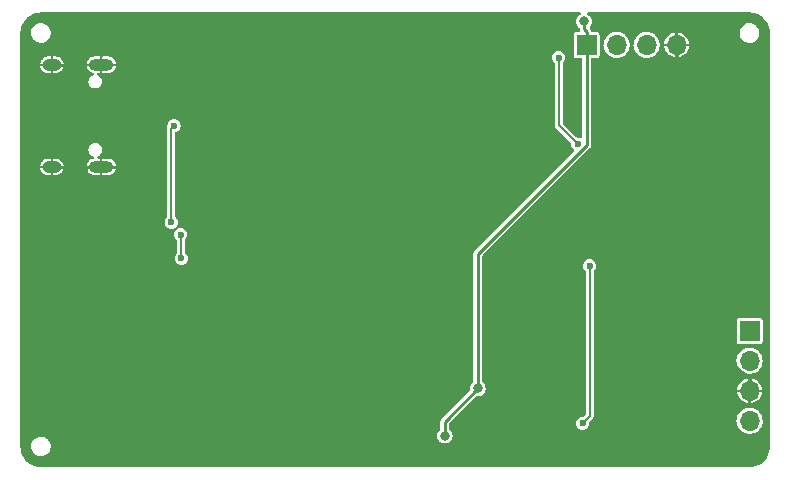
<source format=gbr>
G04 #@! TF.GenerationSoftware,KiCad,Pcbnew,(6.0.7)*
G04 #@! TF.CreationDate,2023-02-18T12:54:12-08:00*
G04 #@! TF.ProjectId,SwitchControllerBoard,53776974-6368-4436-9f6e-74726f6c6c65,rev?*
G04 #@! TF.SameCoordinates,Original*
G04 #@! TF.FileFunction,Copper,L2,Bot*
G04 #@! TF.FilePolarity,Positive*
%FSLAX46Y46*%
G04 Gerber Fmt 4.6, Leading zero omitted, Abs format (unit mm)*
G04 Created by KiCad (PCBNEW (6.0.7)) date 2023-02-18 12:54:12*
%MOMM*%
%LPD*%
G01*
G04 APERTURE LIST*
G04 #@! TA.AperFunction,ComponentPad*
%ADD10R,1.700000X1.700000*%
G04 #@! TD*
G04 #@! TA.AperFunction,ComponentPad*
%ADD11O,1.700000X1.700000*%
G04 #@! TD*
G04 #@! TA.AperFunction,ComponentPad*
%ADD12O,2.100000X1.000000*%
G04 #@! TD*
G04 #@! TA.AperFunction,ComponentPad*
%ADD13O,1.600000X1.000000*%
G04 #@! TD*
G04 #@! TA.AperFunction,ViaPad*
%ADD14C,0.600000*%
G04 #@! TD*
G04 #@! TA.AperFunction,ViaPad*
%ADD15C,0.800000*%
G04 #@! TD*
G04 #@! TA.AperFunction,Conductor*
%ADD16C,0.160000*%
G04 #@! TD*
G04 #@! TA.AperFunction,Conductor*
%ADD17C,0.250000*%
G04 #@! TD*
G04 APERTURE END LIST*
D10*
X152200000Y-37000000D03*
D11*
X154740000Y-37000000D03*
X157280000Y-37000000D03*
X159820000Y-37000000D03*
D12*
X111105000Y-47320000D03*
X111105000Y-38680000D03*
D13*
X106925000Y-47320000D03*
X106925000Y-38680000D03*
D10*
X166000000Y-61200000D03*
D11*
X166000000Y-63740000D03*
X166000000Y-66280000D03*
X166000000Y-68820000D03*
D14*
X117899600Y-55080400D03*
X117823600Y-53066300D03*
X151447800Y-45403500D03*
X149841700Y-38087500D03*
X117262800Y-43850000D03*
X117031900Y-52022500D03*
D15*
X151980100Y-35019800D03*
X143000000Y-66087200D03*
X140198600Y-70092100D03*
D14*
X151859000Y-69050000D03*
X152451400Y-55706300D03*
D15*
X110419900Y-52823300D03*
X161632000Y-58150000D03*
X160636100Y-48970900D03*
X106000000Y-58637400D03*
X138271700Y-63737500D03*
X136973100Y-68937900D03*
X155099300Y-42912500D03*
X148954700Y-35745000D03*
X148967200Y-41750700D03*
X143295700Y-43700000D03*
X131411000Y-35745000D03*
X133926500Y-43142400D03*
X132285000Y-51701100D03*
X138266800Y-57956700D03*
X109793200Y-60900000D03*
X126235800Y-57412000D03*
X115051900Y-51447400D03*
X144536300Y-69550300D03*
X145919100Y-69952100D03*
D16*
X117823600Y-55004400D02*
X117899600Y-55080400D01*
X117823600Y-53066300D02*
X117823600Y-55004400D01*
X149841700Y-43797400D02*
X149841700Y-38087500D01*
X151447800Y-45403500D02*
X149841700Y-43797400D01*
X117031900Y-44080900D02*
X117262800Y-43850000D01*
X117031900Y-52022500D02*
X117031900Y-44080900D01*
D17*
X151980100Y-35655000D02*
X151980100Y-35019800D01*
X152200000Y-35874900D02*
X151980100Y-35655000D01*
X152200000Y-36437400D02*
X152200000Y-35874900D01*
X152200000Y-36437400D02*
X152200000Y-37000000D01*
X140198600Y-68888600D02*
X143000000Y-66087200D01*
X140198600Y-70092100D02*
X140198600Y-68888600D01*
X152200000Y-37000000D02*
X152200000Y-38125100D01*
X152200000Y-45464700D02*
X152200000Y-38125100D01*
X143000000Y-54664700D02*
X152200000Y-45464700D01*
X143000000Y-66087200D02*
X143000000Y-54664700D01*
D16*
X152451400Y-68457600D02*
X152451400Y-55706300D01*
X151859000Y-69050000D02*
X152451400Y-68457600D01*
D17*
X111105000Y-47320000D02*
X109779900Y-47320000D01*
X165766800Y-65154900D02*
X166000000Y-65154900D01*
X161632000Y-61020100D02*
X165766800Y-65154900D01*
X161632000Y-58150000D02*
X161632000Y-61020100D01*
X166000000Y-66280000D02*
X166000000Y-65154900D01*
X161632000Y-49966800D02*
X160636100Y-48970900D01*
X161632000Y-58150000D02*
X161632000Y-49966800D01*
X108000100Y-38680000D02*
X108000100Y-47320000D01*
X106925000Y-38680000D02*
X108000100Y-38680000D01*
X106925000Y-47320000D02*
X108000100Y-47320000D01*
X109779900Y-52183300D02*
X110419900Y-52823300D01*
X109779900Y-47320000D02*
X109779900Y-52183300D01*
X138271700Y-67639300D02*
X138271700Y-63737500D01*
X136973100Y-68937900D02*
X138271700Y-67639300D01*
X159820000Y-42912500D02*
X155099300Y-42912500D01*
X159820000Y-48154800D02*
X159820000Y-42912500D01*
X160636100Y-48970900D02*
X159820000Y-48154800D01*
X159820000Y-42912500D02*
X159820000Y-37000000D01*
X148967200Y-35757500D02*
X148954700Y-35745000D01*
X148967200Y-41750700D02*
X148967200Y-35757500D01*
X145245000Y-41750700D02*
X143295700Y-43700000D01*
X148967200Y-41750700D02*
X145245000Y-41750700D01*
X133926500Y-38260500D02*
X131411000Y-35745000D01*
X133926500Y-43142400D02*
X133926500Y-38260500D01*
X132285000Y-44783900D02*
X132285000Y-51701100D01*
X133926500Y-43142400D02*
X132285000Y-44783900D01*
X138266800Y-63732600D02*
X138266800Y-57956700D01*
X138271700Y-63737500D02*
X138266800Y-63732600D01*
X106000000Y-57243200D02*
X106000000Y-58637400D01*
X110419900Y-52823300D02*
X106000000Y-57243200D01*
X107530600Y-58637400D02*
X109793200Y-60900000D01*
X106000000Y-58637400D02*
X107530600Y-58637400D01*
X132285000Y-54965800D02*
X132285000Y-51701100D01*
X135275900Y-54965800D02*
X132285000Y-54965800D01*
X138266800Y-57956700D02*
X135275900Y-54965800D01*
X128682000Y-54965800D02*
X126235800Y-57412000D01*
X132285000Y-54965800D02*
X128682000Y-54965800D01*
X111105000Y-47320000D02*
X112430100Y-47320000D01*
X145517300Y-69550300D02*
X145919100Y-69952100D01*
X144536300Y-69550300D02*
X145517300Y-69550300D01*
X112430100Y-48825600D02*
X115051900Y-51447400D01*
X112430100Y-47320000D02*
X112430100Y-48825600D01*
G04 #@! TA.AperFunction,Conductor*
G36*
X151686287Y-34273407D02*
G01*
X151722251Y-34322907D01*
X151722251Y-34384093D01*
X151686287Y-34433593D01*
X151673506Y-34441471D01*
X151609514Y-34474500D01*
X151490139Y-34578638D01*
X151399050Y-34708244D01*
X151341506Y-34855837D01*
X151320829Y-35012896D01*
X151321484Y-35018829D01*
X151321484Y-35018833D01*
X151324996Y-35050641D01*
X151338213Y-35170353D01*
X151343866Y-35185800D01*
X151390601Y-35313513D01*
X151390603Y-35313517D01*
X151392653Y-35319119D01*
X151481008Y-35450605D01*
X151485419Y-35454619D01*
X151485421Y-35454621D01*
X151568228Y-35529969D01*
X151598543Y-35583117D01*
X151600600Y-35603193D01*
X151600600Y-35603953D01*
X151598382Y-35624790D01*
X151595780Y-35636876D01*
X151599914Y-35671802D01*
X151600395Y-35679969D01*
X151600600Y-35682446D01*
X151600600Y-35686524D01*
X151601271Y-35690553D01*
X151603872Y-35706182D01*
X151604530Y-35710801D01*
X151610630Y-35762341D01*
X151613767Y-35768874D01*
X151615775Y-35777697D01*
X151616096Y-35779626D01*
X151616097Y-35779627D01*
X151616099Y-35779641D01*
X151612570Y-35780228D01*
X151613263Y-35825655D01*
X151578057Y-35875698D01*
X151518653Y-35895501D01*
X151324934Y-35895501D01*
X151320168Y-35896449D01*
X151320167Y-35896449D01*
X151313727Y-35897730D01*
X151250699Y-35910266D01*
X151166516Y-35966516D01*
X151110266Y-36050699D01*
X151095500Y-36124933D01*
X151095501Y-37875066D01*
X151110266Y-37949301D01*
X151166516Y-38033484D01*
X151250699Y-38089734D01*
X151260262Y-38091636D01*
X151260264Y-38091637D01*
X151291181Y-38097786D01*
X151324933Y-38104500D01*
X151721500Y-38104500D01*
X151779691Y-38123407D01*
X151815655Y-38172907D01*
X151820500Y-38203500D01*
X151820500Y-44809526D01*
X151801593Y-44867717D01*
X151752093Y-44903681D01*
X151690907Y-44903681D01*
X151683615Y-44900990D01*
X151598554Y-44865757D01*
X151598552Y-44865756D01*
X151592554Y-44863272D01*
X151447800Y-44844215D01*
X151441367Y-44845062D01*
X151441365Y-44845062D01*
X151420004Y-44847874D01*
X151359843Y-44836723D01*
X151337079Y-44819725D01*
X150205196Y-43687842D01*
X150177419Y-43633325D01*
X150176200Y-43617838D01*
X150176200Y-38578582D01*
X150195107Y-38520391D01*
X150214933Y-38500040D01*
X150232021Y-38486928D01*
X150237174Y-38482974D01*
X150326055Y-38367142D01*
X150381928Y-38232254D01*
X150400985Y-38087500D01*
X150381928Y-37942746D01*
X150326055Y-37807858D01*
X150237174Y-37692026D01*
X150232021Y-37688072D01*
X150126489Y-37607093D01*
X150126485Y-37607091D01*
X150121343Y-37603145D01*
X149986454Y-37547272D01*
X149841700Y-37528215D01*
X149696946Y-37547272D01*
X149562058Y-37603145D01*
X149446226Y-37692026D01*
X149357345Y-37807858D01*
X149301472Y-37942746D01*
X149282415Y-38087500D01*
X149301472Y-38232254D01*
X149357345Y-38367142D01*
X149446226Y-38482974D01*
X149451379Y-38486928D01*
X149468467Y-38500040D01*
X149503123Y-38550464D01*
X149507200Y-38578582D01*
X149507200Y-43778476D01*
X149506823Y-43787105D01*
X149503332Y-43827004D01*
X149505573Y-43835367D01*
X149513701Y-43865702D01*
X149515570Y-43874133D01*
X149522524Y-43913571D01*
X149526854Y-43921071D01*
X149528984Y-43926924D01*
X149531620Y-43932578D01*
X149533863Y-43940946D01*
X149538832Y-43948042D01*
X149556838Y-43973758D01*
X149561476Y-43981037D01*
X149581505Y-44015729D01*
X149588143Y-44021299D01*
X149612182Y-44041470D01*
X149618550Y-44047304D01*
X150864025Y-45292779D01*
X150891802Y-45347296D01*
X150892174Y-45375704D01*
X150890587Y-45387759D01*
X150888515Y-45403500D01*
X150907572Y-45548254D01*
X150963445Y-45683142D01*
X151052326Y-45798974D01*
X151057471Y-45802922D01*
X151057475Y-45802926D01*
X151119332Y-45850390D01*
X151153988Y-45900814D01*
X151152387Y-45961979D01*
X151129069Y-45998936D01*
X142767746Y-54360260D01*
X142751445Y-54373423D01*
X142741060Y-54380129D01*
X142735996Y-54386553D01*
X142719288Y-54407747D01*
X142713852Y-54413865D01*
X142712249Y-54415757D01*
X142709362Y-54418644D01*
X142706987Y-54421968D01*
X142697773Y-54434861D01*
X142694973Y-54438591D01*
X142662844Y-54479347D01*
X142660317Y-54486544D01*
X142658927Y-54489219D01*
X142654486Y-54495434D01*
X142652142Y-54503272D01*
X142639615Y-54545159D01*
X142638174Y-54549594D01*
X142624938Y-54587287D01*
X142620982Y-54598551D01*
X142620500Y-54604116D01*
X142620500Y-54606259D01*
X142620452Y-54607373D01*
X142620232Y-54609974D01*
X142618287Y-54616478D01*
X142618608Y-54624654D01*
X142618608Y-54624656D01*
X142620424Y-54670870D01*
X142620500Y-54674757D01*
X142620500Y-65504664D01*
X142601593Y-65562855D01*
X142586582Y-65579265D01*
X142510039Y-65646038D01*
X142418950Y-65775644D01*
X142361406Y-65923237D01*
X142340729Y-66080296D01*
X142341384Y-66086229D01*
X142341384Y-66086233D01*
X142348386Y-66149650D01*
X142335979Y-66209564D01*
X142319988Y-66230518D01*
X139966346Y-68584160D01*
X139950045Y-68597323D01*
X139939660Y-68604029D01*
X139925196Y-68622377D01*
X139917888Y-68631647D01*
X139912452Y-68637765D01*
X139910849Y-68639657D01*
X139907962Y-68642544D01*
X139897605Y-68657037D01*
X139896373Y-68658761D01*
X139893573Y-68662491D01*
X139882980Y-68675929D01*
X139861444Y-68703247D01*
X139858917Y-68710444D01*
X139857527Y-68713119D01*
X139853086Y-68719334D01*
X139850742Y-68727172D01*
X139838215Y-68769059D01*
X139836774Y-68773494D01*
X139819582Y-68822451D01*
X139819100Y-68828016D01*
X139819100Y-68830159D01*
X139819052Y-68831273D01*
X139818832Y-68833874D01*
X139816887Y-68840378D01*
X139817208Y-68848554D01*
X139817208Y-68848556D01*
X139819024Y-68894770D01*
X139819100Y-68898657D01*
X139819100Y-69509564D01*
X139800193Y-69567755D01*
X139785182Y-69584165D01*
X139708639Y-69650938D01*
X139617550Y-69780544D01*
X139560006Y-69928137D01*
X139539329Y-70085196D01*
X139539984Y-70091129D01*
X139539984Y-70091133D01*
X139550247Y-70184091D01*
X139556713Y-70242653D01*
X139564064Y-70262741D01*
X139609101Y-70385813D01*
X139609103Y-70385817D01*
X139611153Y-70391419D01*
X139699508Y-70522905D01*
X139703919Y-70526919D01*
X139703921Y-70526921D01*
X139792812Y-70607805D01*
X139816676Y-70629519D01*
X139831136Y-70637370D01*
X139950647Y-70702260D01*
X139950649Y-70702261D01*
X139955893Y-70705108D01*
X139961667Y-70706623D01*
X139961670Y-70706624D01*
X140103343Y-70743791D01*
X140109122Y-70745307D01*
X140115091Y-70745401D01*
X140115093Y-70745401D01*
X140173102Y-70746312D01*
X140267516Y-70747795D01*
X140278379Y-70745307D01*
X140416109Y-70713763D01*
X140416112Y-70713762D01*
X140421932Y-70712429D01*
X140436489Y-70705108D01*
X140558118Y-70643935D01*
X140563455Y-70641251D01*
X140683914Y-70538369D01*
X140776355Y-70409724D01*
X140782263Y-70395029D01*
X140833218Y-70268274D01*
X140833219Y-70268272D01*
X140835442Y-70262741D01*
X140837503Y-70248260D01*
X140857306Y-70109114D01*
X140857306Y-70109108D01*
X140857762Y-70105907D01*
X140857907Y-70092100D01*
X140838876Y-69934833D01*
X140834245Y-69922576D01*
X140784990Y-69792230D01*
X140782880Y-69786646D01*
X140775333Y-69775665D01*
X140696533Y-69661009D01*
X140696530Y-69661006D01*
X140693153Y-69656092D01*
X140611242Y-69583112D01*
X140580372Y-69530285D01*
X140578100Y-69509195D01*
X140578100Y-69086802D01*
X140590057Y-69050000D01*
X151299715Y-69050000D01*
X151318772Y-69194754D01*
X151374645Y-69329642D01*
X151463526Y-69445474D01*
X151468671Y-69449422D01*
X151468672Y-69449423D01*
X151574211Y-69530407D01*
X151574215Y-69530409D01*
X151579357Y-69534355D01*
X151625780Y-69553584D01*
X151697067Y-69583112D01*
X151714246Y-69590228D01*
X151859000Y-69609285D01*
X152003754Y-69590228D01*
X152020934Y-69583112D01*
X152092220Y-69553584D01*
X152138643Y-69534355D01*
X152143785Y-69530409D01*
X152143789Y-69530407D01*
X152249328Y-69449423D01*
X152249329Y-69449422D01*
X152254474Y-69445474D01*
X152343355Y-69329642D01*
X152399228Y-69194754D01*
X152418285Y-69050000D01*
X152414626Y-69022204D01*
X152425777Y-68962043D01*
X152442775Y-68939279D01*
X152542636Y-68839418D01*
X152591090Y-68790964D01*
X164891148Y-68790964D01*
X164904424Y-68993522D01*
X164905540Y-68997915D01*
X164905540Y-68997917D01*
X164928114Y-69086802D01*
X164954392Y-69190269D01*
X164956294Y-69194394D01*
X164956294Y-69194395D01*
X164993511Y-69275124D01*
X165039377Y-69374616D01*
X165156533Y-69540389D01*
X165301938Y-69682035D01*
X165470720Y-69794812D01*
X165657228Y-69874942D01*
X165728499Y-69891069D01*
X165850790Y-69918741D01*
X165850795Y-69918742D01*
X165855216Y-69919742D01*
X165956634Y-69923727D01*
X166053520Y-69927534D01*
X166053521Y-69927534D01*
X166058053Y-69927712D01*
X166158499Y-69913148D01*
X166254451Y-69899236D01*
X166254455Y-69899235D01*
X166258945Y-69898584D01*
X166333871Y-69873150D01*
X166446868Y-69834793D01*
X166446871Y-69834791D01*
X166451165Y-69833334D01*
X166628276Y-69734147D01*
X166784345Y-69604345D01*
X166914147Y-69448276D01*
X167013334Y-69271165D01*
X167037237Y-69200751D01*
X167077125Y-69083243D01*
X167078584Y-69078945D01*
X167093830Y-68973801D01*
X167107292Y-68880952D01*
X167107292Y-68880946D01*
X167107712Y-68878053D01*
X167108485Y-68848556D01*
X167109156Y-68822913D01*
X167109156Y-68822908D01*
X167109232Y-68820000D01*
X167105222Y-68776353D01*
X167092487Y-68637765D01*
X167090658Y-68617859D01*
X167056168Y-68495567D01*
X167036789Y-68426854D01*
X167036788Y-68426850D01*
X167035557Y-68422487D01*
X166945776Y-68240428D01*
X166924774Y-68212302D01*
X166827036Y-68081416D01*
X166827035Y-68081415D01*
X166824320Y-68077779D01*
X166675258Y-67939987D01*
X166652471Y-67925609D01*
X166507418Y-67834088D01*
X166503581Y-67831667D01*
X166315039Y-67756446D01*
X166115946Y-67716844D01*
X166014459Y-67715516D01*
X165917510Y-67714246D01*
X165917505Y-67714246D01*
X165912971Y-67714187D01*
X165908496Y-67714956D01*
X165908495Y-67714956D01*
X165897508Y-67716844D01*
X165712910Y-67748564D01*
X165522463Y-67818824D01*
X165518564Y-67821143D01*
X165518559Y-67821146D01*
X165351916Y-67920288D01*
X165348010Y-67922612D01*
X165344595Y-67925606D01*
X165344592Y-67925609D01*
X165324688Y-67943065D01*
X165195392Y-68056455D01*
X165069720Y-68215869D01*
X165067607Y-68219884D01*
X165067607Y-68219885D01*
X165054660Y-68244494D01*
X164975203Y-68395515D01*
X164973859Y-68399844D01*
X164933424Y-68530067D01*
X164915007Y-68589378D01*
X164914473Y-68593888D01*
X164914473Y-68593889D01*
X164893216Y-68773494D01*
X164891148Y-68790964D01*
X152591090Y-68790964D01*
X152674562Y-68707493D01*
X152680918Y-68701670D01*
X152711595Y-68675929D01*
X152715923Y-68668432D01*
X152715926Y-68668429D01*
X152731626Y-68641236D01*
X152736265Y-68633954D01*
X152754271Y-68608238D01*
X152759237Y-68601146D01*
X152761478Y-68592782D01*
X152764110Y-68587137D01*
X152766245Y-68581272D01*
X152770576Y-68573771D01*
X152777531Y-68534327D01*
X152779400Y-68525895D01*
X152787526Y-68495567D01*
X152789767Y-68487204D01*
X152786277Y-68447312D01*
X152785900Y-68438684D01*
X152785900Y-66389846D01*
X164955483Y-66389846D01*
X164961847Y-66465644D01*
X164963585Y-66475111D01*
X165017674Y-66663743D01*
X165021225Y-66672711D01*
X165110919Y-66847236D01*
X165116142Y-66855341D01*
X165238037Y-67009134D01*
X165244720Y-67016055D01*
X165394164Y-67143241D01*
X165402078Y-67148742D01*
X165573373Y-67244475D01*
X165582201Y-67248332D01*
X165768838Y-67308974D01*
X165778238Y-67311041D01*
X165884432Y-67323704D01*
X165897514Y-67321113D01*
X165898955Y-67319557D01*
X165900000Y-67314803D01*
X165900000Y-67309775D01*
X166100000Y-67309775D01*
X166104122Y-67322460D01*
X166106735Y-67324359D01*
X166109679Y-67324710D01*
X166178385Y-67319424D01*
X166187876Y-67317750D01*
X166376882Y-67264978D01*
X166385862Y-67261496D01*
X166561020Y-67173017D01*
X166569155Y-67167854D01*
X166723787Y-67047042D01*
X166730771Y-67040391D01*
X166858990Y-66891848D01*
X166864546Y-66883973D01*
X166961471Y-66713353D01*
X166965392Y-66704546D01*
X167027334Y-66518346D01*
X167029469Y-66508944D01*
X167043794Y-66395556D01*
X167041294Y-66382455D01*
X167039884Y-66381130D01*
X167034829Y-66380000D01*
X166115680Y-66380000D01*
X166102995Y-66384122D01*
X166100000Y-66388243D01*
X166100000Y-67309775D01*
X165900000Y-67309775D01*
X165900000Y-66395680D01*
X165895878Y-66382995D01*
X165891757Y-66380000D01*
X164970336Y-66380000D01*
X164957651Y-66384122D01*
X164955860Y-66386586D01*
X164955483Y-66389846D01*
X152785900Y-66389846D01*
X152785900Y-66164417D01*
X164956334Y-66164417D01*
X164959016Y-66177484D01*
X164960719Y-66179039D01*
X164965165Y-66180000D01*
X165884320Y-66180000D01*
X165897005Y-66175878D01*
X165900000Y-66171757D01*
X165900000Y-66164320D01*
X166100000Y-66164320D01*
X166104122Y-66177005D01*
X166108243Y-66180000D01*
X167029596Y-66180000D01*
X167042281Y-66175878D01*
X167043854Y-66173713D01*
X167044278Y-66169818D01*
X167035459Y-66079885D01*
X167033589Y-66070437D01*
X166976869Y-65882572D01*
X166973199Y-65873668D01*
X166881072Y-65700401D01*
X166875740Y-65692376D01*
X166751716Y-65540307D01*
X166744922Y-65533466D01*
X166593721Y-65408381D01*
X166585738Y-65402997D01*
X166413114Y-65309660D01*
X166404243Y-65305931D01*
X166216775Y-65247900D01*
X166207341Y-65245963D01*
X166115594Y-65236320D01*
X166102548Y-65239093D01*
X166100881Y-65240945D01*
X166100000Y-65245088D01*
X166100000Y-66164320D01*
X165900000Y-66164320D01*
X165900000Y-65250396D01*
X165895878Y-65237711D01*
X165893563Y-65236028D01*
X165889987Y-65235627D01*
X165807117Y-65243168D01*
X165797654Y-65244974D01*
X165609407Y-65300378D01*
X165600466Y-65303991D01*
X165426573Y-65394899D01*
X165418497Y-65400184D01*
X165265571Y-65523140D01*
X165258687Y-65529881D01*
X165132551Y-65680205D01*
X165127104Y-65688159D01*
X165032573Y-65860111D01*
X165028773Y-65868976D01*
X164969440Y-66056019D01*
X164967435Y-66065450D01*
X164956334Y-66164417D01*
X152785900Y-66164417D01*
X152785900Y-63710964D01*
X164891148Y-63710964D01*
X164904424Y-63913522D01*
X164905540Y-63917915D01*
X164905540Y-63917917D01*
X164953274Y-64105867D01*
X164954392Y-64110269D01*
X164956294Y-64114394D01*
X164956294Y-64114395D01*
X164993511Y-64195124D01*
X165039377Y-64294616D01*
X165156533Y-64460389D01*
X165301938Y-64602035D01*
X165470720Y-64714812D01*
X165657228Y-64794942D01*
X165728499Y-64811069D01*
X165850790Y-64838741D01*
X165850795Y-64838742D01*
X165855216Y-64839742D01*
X165956634Y-64843727D01*
X166053520Y-64847534D01*
X166053521Y-64847534D01*
X166058053Y-64847712D01*
X166158499Y-64833148D01*
X166254451Y-64819236D01*
X166254455Y-64819235D01*
X166258945Y-64818584D01*
X166333871Y-64793150D01*
X166446868Y-64754793D01*
X166446871Y-64754791D01*
X166451165Y-64753334D01*
X166628276Y-64654147D01*
X166784345Y-64524345D01*
X166914147Y-64368276D01*
X167013334Y-64191165D01*
X167078584Y-63998945D01*
X167107712Y-63798053D01*
X167109232Y-63740000D01*
X167090658Y-63537859D01*
X167035557Y-63342487D01*
X166945776Y-63160428D01*
X166924774Y-63132302D01*
X166827036Y-63001416D01*
X166827035Y-63001415D01*
X166824320Y-62997779D01*
X166675258Y-62859987D01*
X166652471Y-62845609D01*
X166507418Y-62754088D01*
X166503581Y-62751667D01*
X166315039Y-62676446D01*
X166115946Y-62636844D01*
X166014459Y-62635516D01*
X165917510Y-62634246D01*
X165917505Y-62634246D01*
X165912971Y-62634187D01*
X165908496Y-62634956D01*
X165908495Y-62634956D01*
X165897508Y-62636844D01*
X165712910Y-62668564D01*
X165522463Y-62738824D01*
X165518564Y-62741143D01*
X165518559Y-62741146D01*
X165351916Y-62840288D01*
X165348010Y-62842612D01*
X165344595Y-62845606D01*
X165344592Y-62845609D01*
X165324688Y-62863065D01*
X165195392Y-62976455D01*
X165069720Y-63135869D01*
X165067607Y-63139884D01*
X165067607Y-63139885D01*
X165054660Y-63164494D01*
X164975203Y-63315515D01*
X164915007Y-63509378D01*
X164891148Y-63710964D01*
X152785900Y-63710964D01*
X152785900Y-60324933D01*
X164895500Y-60324933D01*
X164895501Y-62075066D01*
X164910266Y-62149301D01*
X164966516Y-62233484D01*
X165050699Y-62289734D01*
X165060262Y-62291636D01*
X165060264Y-62291637D01*
X165091181Y-62297786D01*
X165124933Y-62304500D01*
X165999819Y-62304500D01*
X166875066Y-62304499D01*
X166879832Y-62303551D01*
X166879833Y-62303551D01*
X166939738Y-62291636D01*
X166949301Y-62289734D01*
X167033484Y-62233484D01*
X167089734Y-62149301D01*
X167104500Y-62075067D01*
X167104499Y-60324934D01*
X167089734Y-60250699D01*
X167033484Y-60166516D01*
X166949301Y-60110266D01*
X166939738Y-60108364D01*
X166939736Y-60108363D01*
X166908819Y-60102214D01*
X166875067Y-60095500D01*
X166000181Y-60095500D01*
X165124934Y-60095501D01*
X165120168Y-60096449D01*
X165120167Y-60096449D01*
X165073116Y-60105807D01*
X165050699Y-60110266D01*
X164966516Y-60166516D01*
X164910266Y-60250699D01*
X164895500Y-60324933D01*
X152785900Y-60324933D01*
X152785900Y-56197382D01*
X152804807Y-56139191D01*
X152824633Y-56118840D01*
X152841721Y-56105728D01*
X152846874Y-56101774D01*
X152935755Y-55985942D01*
X152991628Y-55851054D01*
X153010685Y-55706300D01*
X152991628Y-55561546D01*
X152935755Y-55426658D01*
X152846874Y-55310826D01*
X152841721Y-55306872D01*
X152736189Y-55225893D01*
X152736185Y-55225891D01*
X152731043Y-55221945D01*
X152596154Y-55166072D01*
X152451400Y-55147015D01*
X152306646Y-55166072D01*
X152171758Y-55221945D01*
X152055926Y-55310826D01*
X151967045Y-55426658D01*
X151911172Y-55561546D01*
X151892115Y-55706300D01*
X151911172Y-55851054D01*
X151967045Y-55985942D01*
X152055926Y-56101774D01*
X152061079Y-56105728D01*
X152078167Y-56118840D01*
X152112823Y-56169264D01*
X152116900Y-56197382D01*
X152116900Y-68278038D01*
X152097993Y-68336229D01*
X152087909Y-68348036D01*
X152017527Y-68418419D01*
X151969721Y-68466225D01*
X151915204Y-68494002D01*
X151886796Y-68494374D01*
X151865435Y-68491562D01*
X151865433Y-68491562D01*
X151859000Y-68490715D01*
X151714246Y-68509772D01*
X151579358Y-68565645D01*
X151463526Y-68654526D01*
X151374645Y-68770358D01*
X151318772Y-68905246D01*
X151299715Y-69050000D01*
X140590057Y-69050000D01*
X140597007Y-69028611D01*
X140607096Y-69016798D01*
X142854263Y-66769631D01*
X142908780Y-66741854D01*
X142925818Y-66740647D01*
X143068916Y-66742895D01*
X143074732Y-66741563D01*
X143217509Y-66708863D01*
X143217512Y-66708862D01*
X143223332Y-66707529D01*
X143364855Y-66636351D01*
X143485314Y-66533469D01*
X143577755Y-66404824D01*
X143586078Y-66384122D01*
X143634618Y-66263374D01*
X143634619Y-66263372D01*
X143636842Y-66257841D01*
X143643713Y-66209564D01*
X143658706Y-66104214D01*
X143658706Y-66104208D01*
X143659162Y-66101007D01*
X143659307Y-66087200D01*
X143640276Y-65929933D01*
X143635645Y-65917676D01*
X143586390Y-65787330D01*
X143584280Y-65781746D01*
X143576733Y-65770765D01*
X143497933Y-65656109D01*
X143497930Y-65656106D01*
X143494553Y-65651192D01*
X143412642Y-65578212D01*
X143381772Y-65525385D01*
X143379500Y-65504295D01*
X143379500Y-54862902D01*
X143398407Y-54804711D01*
X143408496Y-54792898D01*
X152432254Y-45769140D01*
X152448555Y-45755977D01*
X152458940Y-45749271D01*
X152480712Y-45721653D01*
X152486148Y-45715535D01*
X152487751Y-45713643D01*
X152490638Y-45710756D01*
X152502227Y-45694539D01*
X152505027Y-45690809D01*
X152532092Y-45656477D01*
X152532093Y-45656476D01*
X152537156Y-45650053D01*
X152539683Y-45642856D01*
X152541073Y-45640181D01*
X152545514Y-45633966D01*
X152560386Y-45584237D01*
X152561826Y-45579806D01*
X152576956Y-45536722D01*
X152576957Y-45536719D01*
X152579018Y-45530849D01*
X152579500Y-45525284D01*
X152579500Y-45523141D01*
X152579548Y-45522027D01*
X152579768Y-45519426D01*
X152581713Y-45512922D01*
X152579576Y-45458530D01*
X152579500Y-45454643D01*
X152579500Y-38203499D01*
X152598407Y-38145308D01*
X152647907Y-38109344D01*
X152678500Y-38104499D01*
X153075066Y-38104499D01*
X153079832Y-38103551D01*
X153079833Y-38103551D01*
X153139738Y-38091636D01*
X153149301Y-38089734D01*
X153233484Y-38033484D01*
X153289734Y-37949301D01*
X153304500Y-37875067D01*
X153304499Y-36970964D01*
X153631148Y-36970964D01*
X153631445Y-36975492D01*
X153640251Y-37109846D01*
X153644424Y-37173522D01*
X153645540Y-37177915D01*
X153645540Y-37177917D01*
X153693274Y-37365867D01*
X153694392Y-37370269D01*
X153696294Y-37374394D01*
X153696294Y-37374395D01*
X153777137Y-37549756D01*
X153779377Y-37554616D01*
X153896533Y-37720389D01*
X154041938Y-37862035D01*
X154210720Y-37974812D01*
X154397228Y-38054942D01*
X154468499Y-38071069D01*
X154590790Y-38098741D01*
X154590795Y-38098742D01*
X154595216Y-38099742D01*
X154692155Y-38103551D01*
X154793520Y-38107534D01*
X154793521Y-38107534D01*
X154798053Y-38107712D01*
X154908927Y-38091636D01*
X154994451Y-38079236D01*
X154994455Y-38079235D01*
X154998945Y-38078584D01*
X155047841Y-38061986D01*
X155186868Y-38014793D01*
X155186871Y-38014791D01*
X155191165Y-38013334D01*
X155222689Y-37995680D01*
X155305504Y-37949301D01*
X155368276Y-37914147D01*
X155524345Y-37784345D01*
X155654147Y-37628276D01*
X155753334Y-37451165D01*
X155759381Y-37433353D01*
X155817125Y-37263243D01*
X155818584Y-37258945D01*
X155829213Y-37185644D01*
X155847292Y-37060952D01*
X155847292Y-37060946D01*
X155847712Y-37058053D01*
X155849232Y-37000000D01*
X155846564Y-36970964D01*
X156171148Y-36970964D01*
X156171445Y-36975492D01*
X156180251Y-37109846D01*
X156184424Y-37173522D01*
X156185540Y-37177915D01*
X156185540Y-37177917D01*
X156233274Y-37365867D01*
X156234392Y-37370269D01*
X156236294Y-37374394D01*
X156236294Y-37374395D01*
X156317137Y-37549756D01*
X156319377Y-37554616D01*
X156436533Y-37720389D01*
X156581938Y-37862035D01*
X156750720Y-37974812D01*
X156937228Y-38054942D01*
X157008499Y-38071069D01*
X157130790Y-38098741D01*
X157130795Y-38098742D01*
X157135216Y-38099742D01*
X157232155Y-38103551D01*
X157333520Y-38107534D01*
X157333521Y-38107534D01*
X157338053Y-38107712D01*
X157448927Y-38091636D01*
X157534451Y-38079236D01*
X157534455Y-38079235D01*
X157538945Y-38078584D01*
X157587841Y-38061986D01*
X157726868Y-38014793D01*
X157726871Y-38014791D01*
X157731165Y-38013334D01*
X157762689Y-37995680D01*
X157845504Y-37949301D01*
X157908276Y-37914147D01*
X158064345Y-37784345D01*
X158194147Y-37628276D01*
X158293334Y-37451165D01*
X158299381Y-37433353D01*
X158357125Y-37263243D01*
X158358584Y-37258945D01*
X158369213Y-37185644D01*
X158380203Y-37109846D01*
X158775483Y-37109846D01*
X158781847Y-37185644D01*
X158783585Y-37195111D01*
X158837674Y-37383743D01*
X158841225Y-37392711D01*
X158930919Y-37567236D01*
X158936142Y-37575341D01*
X159058037Y-37729134D01*
X159064720Y-37736055D01*
X159214164Y-37863241D01*
X159222078Y-37868742D01*
X159393373Y-37964475D01*
X159402201Y-37968332D01*
X159588838Y-38028974D01*
X159598238Y-38031041D01*
X159704432Y-38043704D01*
X159717514Y-38041113D01*
X159718955Y-38039557D01*
X159720000Y-38034803D01*
X159720000Y-38029775D01*
X159920000Y-38029775D01*
X159924122Y-38042460D01*
X159926735Y-38044359D01*
X159929679Y-38044710D01*
X159998385Y-38039424D01*
X160007876Y-38037750D01*
X160196882Y-37984978D01*
X160205862Y-37981496D01*
X160381020Y-37893017D01*
X160389155Y-37887854D01*
X160543787Y-37767042D01*
X160550771Y-37760391D01*
X160678990Y-37611848D01*
X160684546Y-37603973D01*
X160781471Y-37433353D01*
X160785392Y-37424546D01*
X160847334Y-37238346D01*
X160849469Y-37228944D01*
X160863794Y-37115556D01*
X160861294Y-37102455D01*
X160859884Y-37101130D01*
X160854829Y-37100000D01*
X159935680Y-37100000D01*
X159922995Y-37104122D01*
X159920000Y-37108243D01*
X159920000Y-38029775D01*
X159720000Y-38029775D01*
X159720000Y-37115680D01*
X159715878Y-37102995D01*
X159711757Y-37100000D01*
X158790336Y-37100000D01*
X158777651Y-37104122D01*
X158775860Y-37106586D01*
X158775483Y-37109846D01*
X158380203Y-37109846D01*
X158387292Y-37060952D01*
X158387292Y-37060946D01*
X158387712Y-37058053D01*
X158389232Y-37000000D01*
X158378612Y-36884417D01*
X158776334Y-36884417D01*
X158779016Y-36897484D01*
X158780719Y-36899039D01*
X158785165Y-36900000D01*
X159704320Y-36900000D01*
X159717005Y-36895878D01*
X159720000Y-36891757D01*
X159720000Y-36884320D01*
X159920000Y-36884320D01*
X159924122Y-36897005D01*
X159928243Y-36900000D01*
X160849596Y-36900000D01*
X160862281Y-36895878D01*
X160863854Y-36893713D01*
X160864278Y-36889818D01*
X160855459Y-36799885D01*
X160853589Y-36790437D01*
X160796869Y-36602572D01*
X160793199Y-36593668D01*
X160701072Y-36420401D01*
X160695740Y-36412376D01*
X160571716Y-36260307D01*
X160564922Y-36253466D01*
X160413721Y-36128381D01*
X160405738Y-36122997D01*
X160233114Y-36029660D01*
X160224243Y-36025931D01*
X160036775Y-35967900D01*
X160027341Y-35965963D01*
X159935594Y-35956320D01*
X159922548Y-35959093D01*
X159920881Y-35960945D01*
X159920000Y-35965088D01*
X159920000Y-36884320D01*
X159720000Y-36884320D01*
X159720000Y-35970396D01*
X159715878Y-35957711D01*
X159713563Y-35956028D01*
X159709987Y-35955627D01*
X159627117Y-35963168D01*
X159617654Y-35964974D01*
X159429407Y-36020378D01*
X159420466Y-36023991D01*
X159246573Y-36114899D01*
X159238497Y-36120184D01*
X159085571Y-36243140D01*
X159078687Y-36249881D01*
X158952551Y-36400205D01*
X158947104Y-36408159D01*
X158852573Y-36580111D01*
X158848773Y-36588976D01*
X158789440Y-36776019D01*
X158787435Y-36785450D01*
X158776334Y-36884417D01*
X158378612Y-36884417D01*
X158373629Y-36830191D01*
X158370658Y-36797859D01*
X158346249Y-36711312D01*
X158316789Y-36606854D01*
X158316788Y-36606850D01*
X158315557Y-36602487D01*
X158304523Y-36580111D01*
X158273343Y-36516884D01*
X158225776Y-36420428D01*
X158219764Y-36412376D01*
X158107036Y-36261416D01*
X158107035Y-36261415D01*
X158104320Y-36257779D01*
X158062762Y-36219363D01*
X157958588Y-36123065D01*
X157958587Y-36123064D01*
X157955258Y-36119987D01*
X157932471Y-36105609D01*
X157787418Y-36014088D01*
X157783581Y-36011667D01*
X157637452Y-35953367D01*
X165165906Y-35953367D01*
X165167020Y-35974626D01*
X165174897Y-36124934D01*
X165175349Y-36133564D01*
X165223268Y-36307530D01*
X165307424Y-36467148D01*
X165310884Y-36471242D01*
X165402886Y-36580111D01*
X165423894Y-36604971D01*
X165428153Y-36608227D01*
X165562981Y-36711312D01*
X165562986Y-36711315D01*
X165567242Y-36714569D01*
X165730780Y-36790828D01*
X165906879Y-36830191D01*
X165910968Y-36830420D01*
X165911020Y-36830423D01*
X165911037Y-36830423D01*
X165912406Y-36830500D01*
X166045077Y-36830500D01*
X166074497Y-36827304D01*
X166174064Y-36816488D01*
X166174069Y-36816487D01*
X166179389Y-36815909D01*
X166350409Y-36758355D01*
X166505080Y-36665419D01*
X166636187Y-36541437D01*
X166737612Y-36392195D01*
X166804623Y-36224655D01*
X166834094Y-36046633D01*
X166828320Y-35936446D01*
X166824932Y-35871790D01*
X166824931Y-35871786D01*
X166824651Y-35866436D01*
X166813885Y-35827349D01*
X166781781Y-35710801D01*
X166776732Y-35692470D01*
X166692576Y-35532852D01*
X166576106Y-35395029D01*
X166507104Y-35342273D01*
X166437019Y-35288688D01*
X166437014Y-35288685D01*
X166432758Y-35285431D01*
X166269220Y-35209172D01*
X166093121Y-35169809D01*
X166089032Y-35169580D01*
X166088980Y-35169577D01*
X166088963Y-35169577D01*
X166087594Y-35169500D01*
X165954923Y-35169500D01*
X165925503Y-35172696D01*
X165825936Y-35183512D01*
X165825931Y-35183513D01*
X165820611Y-35184091D01*
X165649591Y-35241645D01*
X165494920Y-35334581D01*
X165363813Y-35458563D01*
X165262388Y-35607805D01*
X165195377Y-35775345D01*
X165165906Y-35953367D01*
X157637452Y-35953367D01*
X157595039Y-35936446D01*
X157395946Y-35896844D01*
X157293351Y-35895501D01*
X157197510Y-35894246D01*
X157197505Y-35894246D01*
X157192971Y-35894187D01*
X157188496Y-35894956D01*
X157188495Y-35894956D01*
X157177508Y-35896844D01*
X156992910Y-35928564D01*
X156802463Y-35998824D01*
X156798564Y-36001143D01*
X156798559Y-36001146D01*
X156631916Y-36100288D01*
X156628010Y-36102612D01*
X156624595Y-36105606D01*
X156624592Y-36105609D01*
X156598821Y-36128210D01*
X156475392Y-36236455D01*
X156349720Y-36395869D01*
X156347607Y-36399884D01*
X156347607Y-36399885D01*
X156271195Y-36545120D01*
X156255203Y-36575515D01*
X156248091Y-36598419D01*
X156198430Y-36758355D01*
X156195007Y-36769378D01*
X156194473Y-36773888D01*
X156194473Y-36773889D01*
X156179902Y-36897005D01*
X156171148Y-36970964D01*
X155846564Y-36970964D01*
X155838612Y-36884417D01*
X155833629Y-36830191D01*
X155830658Y-36797859D01*
X155806249Y-36711312D01*
X155776789Y-36606854D01*
X155776788Y-36606850D01*
X155775557Y-36602487D01*
X155764523Y-36580111D01*
X155733343Y-36516884D01*
X155685776Y-36420428D01*
X155679764Y-36412376D01*
X155567036Y-36261416D01*
X155567035Y-36261415D01*
X155564320Y-36257779D01*
X155522762Y-36219363D01*
X155418588Y-36123065D01*
X155418587Y-36123064D01*
X155415258Y-36119987D01*
X155392471Y-36105609D01*
X155247418Y-36014088D01*
X155243581Y-36011667D01*
X155055039Y-35936446D01*
X154855946Y-35896844D01*
X154753351Y-35895501D01*
X154657510Y-35894246D01*
X154657505Y-35894246D01*
X154652971Y-35894187D01*
X154648496Y-35894956D01*
X154648495Y-35894956D01*
X154637508Y-35896844D01*
X154452910Y-35928564D01*
X154262463Y-35998824D01*
X154258564Y-36001143D01*
X154258559Y-36001146D01*
X154091916Y-36100288D01*
X154088010Y-36102612D01*
X154084595Y-36105606D01*
X154084592Y-36105609D01*
X154058821Y-36128210D01*
X153935392Y-36236455D01*
X153809720Y-36395869D01*
X153807607Y-36399884D01*
X153807607Y-36399885D01*
X153731195Y-36545120D01*
X153715203Y-36575515D01*
X153708091Y-36598419D01*
X153658430Y-36758355D01*
X153655007Y-36769378D01*
X153654473Y-36773888D01*
X153654473Y-36773889D01*
X153639902Y-36897005D01*
X153631148Y-36970964D01*
X153304499Y-36970964D01*
X153304499Y-36124934D01*
X153289734Y-36050699D01*
X153233484Y-35966516D01*
X153149301Y-35910266D01*
X153139738Y-35908364D01*
X153139736Y-35908363D01*
X153108819Y-35902214D01*
X153075067Y-35895500D01*
X152672587Y-35895500D01*
X152614396Y-35876593D01*
X152578432Y-35827093D01*
X152574273Y-35808137D01*
X152570432Y-35775686D01*
X152569470Y-35767559D01*
X152566164Y-35760675D01*
X152565258Y-35757810D01*
X152564004Y-35750274D01*
X152539354Y-35704590D01*
X152537245Y-35700450D01*
X152517479Y-35659286D01*
X152517476Y-35659282D01*
X152514781Y-35653669D01*
X152511187Y-35649393D01*
X152509692Y-35647898D01*
X152508898Y-35647032D01*
X152507233Y-35645059D01*
X152504010Y-35639086D01*
X152469132Y-35606845D01*
X152439235Y-35553461D01*
X152446427Y-35492700D01*
X152462527Y-35468535D01*
X152465414Y-35466069D01*
X152516462Y-35395029D01*
X152554371Y-35342273D01*
X152554372Y-35342271D01*
X152557855Y-35337424D01*
X152567468Y-35313513D01*
X152614718Y-35195974D01*
X152614719Y-35195972D01*
X152616942Y-35190441D01*
X152619003Y-35175960D01*
X152638806Y-35036814D01*
X152638806Y-35036808D01*
X152639262Y-35033607D01*
X152639407Y-35019800D01*
X152620376Y-34862533D01*
X152616373Y-34851938D01*
X152566490Y-34719930D01*
X152564380Y-34714346D01*
X152544790Y-34685842D01*
X152478033Y-34588709D01*
X152478030Y-34588706D01*
X152474653Y-34583792D01*
X152412256Y-34528199D01*
X152360829Y-34482379D01*
X152360827Y-34482378D01*
X152356375Y-34478411D01*
X152348989Y-34474500D01*
X152285705Y-34440993D01*
X152243125Y-34397054D01*
X152234504Y-34336479D01*
X152263135Y-34282405D01*
X152318081Y-34255488D01*
X152332030Y-34254500D01*
X165965182Y-34254500D01*
X165984496Y-34256402D01*
X166000000Y-34259486D01*
X166009563Y-34257584D01*
X166018721Y-34257584D01*
X166031734Y-34256770D01*
X166241348Y-34271762D01*
X166255329Y-34273772D01*
X166484848Y-34323701D01*
X166498401Y-34327681D01*
X166718473Y-34409763D01*
X166731321Y-34415631D01*
X166937475Y-34528199D01*
X166949354Y-34535833D01*
X167130497Y-34671435D01*
X167137387Y-34676593D01*
X167148062Y-34685842D01*
X167314158Y-34851938D01*
X167323407Y-34862613D01*
X167464167Y-35050646D01*
X167471801Y-35062525D01*
X167584369Y-35268679D01*
X167590237Y-35281527D01*
X167672319Y-35501599D01*
X167676299Y-35515152D01*
X167726228Y-35744671D01*
X167728238Y-35758652D01*
X167743230Y-35968266D01*
X167742416Y-35981279D01*
X167742416Y-35990437D01*
X167740514Y-36000000D01*
X167742416Y-36009562D01*
X167743598Y-36015505D01*
X167745500Y-36034818D01*
X167745500Y-70965182D01*
X167743598Y-70984495D01*
X167740514Y-71000000D01*
X167742416Y-71009563D01*
X167742416Y-71018721D01*
X167743230Y-71031734D01*
X167728238Y-71241348D01*
X167726228Y-71255329D01*
X167676299Y-71484848D01*
X167672319Y-71498401D01*
X167590237Y-71718473D01*
X167584369Y-71731321D01*
X167471801Y-71937475D01*
X167464167Y-71949354D01*
X167328565Y-72130497D01*
X167323407Y-72137387D01*
X167314158Y-72148062D01*
X167148062Y-72314158D01*
X167137387Y-72323407D01*
X166949354Y-72464167D01*
X166937475Y-72471801D01*
X166731321Y-72584369D01*
X166718473Y-72590237D01*
X166498401Y-72672319D01*
X166484848Y-72676299D01*
X166255329Y-72726228D01*
X166241348Y-72728238D01*
X166031734Y-72743230D01*
X166018721Y-72742416D01*
X166009563Y-72742416D01*
X166000000Y-72740514D01*
X165990438Y-72742416D01*
X165984495Y-72743598D01*
X165965182Y-72745500D01*
X106034818Y-72745500D01*
X106015505Y-72743598D01*
X106009562Y-72742416D01*
X106000000Y-72740514D01*
X105990437Y-72742416D01*
X105981279Y-72742416D01*
X105968266Y-72743230D01*
X105758652Y-72728238D01*
X105744671Y-72726228D01*
X105515152Y-72676299D01*
X105501599Y-72672319D01*
X105281527Y-72590237D01*
X105268679Y-72584369D01*
X105062525Y-72471801D01*
X105050646Y-72464167D01*
X104862613Y-72323407D01*
X104851938Y-72314158D01*
X104685842Y-72148062D01*
X104676593Y-72137387D01*
X104671435Y-72130497D01*
X104535833Y-71949354D01*
X104528199Y-71937475D01*
X104415631Y-71731321D01*
X104409763Y-71718473D01*
X104327681Y-71498401D01*
X104323701Y-71484848D01*
X104273772Y-71255329D01*
X104271762Y-71241348D01*
X104256770Y-71031734D01*
X104257584Y-71018721D01*
X104257584Y-71009563D01*
X104259486Y-71000000D01*
X104256402Y-70984495D01*
X104254500Y-70965182D01*
X104254500Y-70953367D01*
X105165906Y-70953367D01*
X105175349Y-71133564D01*
X105223268Y-71307530D01*
X105307424Y-71467148D01*
X105423894Y-71604971D01*
X105428153Y-71608227D01*
X105562981Y-71711312D01*
X105562986Y-71711315D01*
X105567242Y-71714569D01*
X105730780Y-71790828D01*
X105906879Y-71830191D01*
X105910968Y-71830420D01*
X105911020Y-71830423D01*
X105911037Y-71830423D01*
X105912406Y-71830500D01*
X106045077Y-71830500D01*
X106074497Y-71827304D01*
X106174064Y-71816488D01*
X106174069Y-71816487D01*
X106179389Y-71815909D01*
X106350409Y-71758355D01*
X106505080Y-71665419D01*
X106636187Y-71541437D01*
X106737612Y-71392195D01*
X106804623Y-71224655D01*
X106834094Y-71046633D01*
X106824651Y-70866436D01*
X106776732Y-70692470D01*
X106692576Y-70532852D01*
X106592622Y-70414573D01*
X106579566Y-70399123D01*
X106579565Y-70399122D01*
X106576106Y-70395029D01*
X106538650Y-70366392D01*
X106437019Y-70288688D01*
X106437014Y-70288685D01*
X106432758Y-70285431D01*
X106269220Y-70209172D01*
X106093121Y-70169809D01*
X106089032Y-70169580D01*
X106088980Y-70169577D01*
X106088963Y-70169577D01*
X106087594Y-70169500D01*
X105954923Y-70169500D01*
X105925503Y-70172696D01*
X105825936Y-70183512D01*
X105825931Y-70183513D01*
X105820611Y-70184091D01*
X105649591Y-70241645D01*
X105494920Y-70334581D01*
X105363813Y-70458563D01*
X105262388Y-70607805D01*
X105195377Y-70775345D01*
X105165906Y-70953367D01*
X104254500Y-70953367D01*
X104254500Y-53066300D01*
X117264315Y-53066300D01*
X117283372Y-53211054D01*
X117339245Y-53345942D01*
X117428126Y-53461774D01*
X117433279Y-53465728D01*
X117450367Y-53478840D01*
X117485023Y-53529264D01*
X117489100Y-53557382D01*
X117489100Y-54670902D01*
X117468642Y-54731169D01*
X117415245Y-54800758D01*
X117359372Y-54935646D01*
X117340315Y-55080400D01*
X117359372Y-55225154D01*
X117415245Y-55360042D01*
X117504126Y-55475874D01*
X117509271Y-55479822D01*
X117509272Y-55479823D01*
X117614811Y-55560807D01*
X117614815Y-55560809D01*
X117619957Y-55564755D01*
X117754846Y-55620628D01*
X117899600Y-55639685D01*
X118044354Y-55620628D01*
X118179243Y-55564755D01*
X118184385Y-55560809D01*
X118184389Y-55560807D01*
X118289928Y-55479823D01*
X118289929Y-55479822D01*
X118295074Y-55475874D01*
X118383955Y-55360042D01*
X118439828Y-55225154D01*
X118458885Y-55080400D01*
X118439828Y-54935646D01*
X118383955Y-54800758D01*
X118295074Y-54684926D01*
X118196831Y-54609541D01*
X118162177Y-54559117D01*
X118158100Y-54531000D01*
X118158100Y-53557382D01*
X118177007Y-53499191D01*
X118196833Y-53478840D01*
X118213921Y-53465728D01*
X118219074Y-53461774D01*
X118307955Y-53345942D01*
X118363828Y-53211054D01*
X118382885Y-53066300D01*
X118363828Y-52921546D01*
X118307955Y-52786658D01*
X118219074Y-52670826D01*
X118213921Y-52666872D01*
X118108389Y-52585893D01*
X118108385Y-52585891D01*
X118103243Y-52581945D01*
X117968354Y-52526072D01*
X117823600Y-52507015D01*
X117678846Y-52526072D01*
X117543958Y-52581945D01*
X117428126Y-52670826D01*
X117339245Y-52786658D01*
X117283372Y-52921546D01*
X117264315Y-53066300D01*
X104254500Y-53066300D01*
X104254500Y-52022500D01*
X116472615Y-52022500D01*
X116491672Y-52167254D01*
X116547545Y-52302142D01*
X116636426Y-52417974D01*
X116641571Y-52421922D01*
X116641572Y-52421923D01*
X116747111Y-52502907D01*
X116747115Y-52502909D01*
X116752257Y-52506855D01*
X116887146Y-52562728D01*
X117031900Y-52581785D01*
X117176654Y-52562728D01*
X117311543Y-52506855D01*
X117316685Y-52502909D01*
X117316689Y-52502907D01*
X117422228Y-52421923D01*
X117422229Y-52421922D01*
X117427374Y-52417974D01*
X117516255Y-52302142D01*
X117572128Y-52167254D01*
X117591185Y-52022500D01*
X117572128Y-51877746D01*
X117516255Y-51742858D01*
X117427374Y-51627026D01*
X117405133Y-51609960D01*
X117370477Y-51559536D01*
X117366400Y-51531418D01*
X117366400Y-44473424D01*
X117385307Y-44415233D01*
X117427513Y-44381961D01*
X117542443Y-44334355D01*
X117547585Y-44330409D01*
X117547589Y-44330407D01*
X117653128Y-44249423D01*
X117653129Y-44249422D01*
X117658274Y-44245474D01*
X117747155Y-44129642D01*
X117803028Y-43994754D01*
X117822085Y-43850000D01*
X117803028Y-43705246D01*
X117747155Y-43570358D01*
X117658274Y-43454526D01*
X117653121Y-43450572D01*
X117547589Y-43369593D01*
X117547585Y-43369591D01*
X117542443Y-43365645D01*
X117407554Y-43309772D01*
X117262800Y-43290715D01*
X117118046Y-43309772D01*
X116983158Y-43365645D01*
X116867326Y-43454526D01*
X116778445Y-43570358D01*
X116722572Y-43705246D01*
X116703515Y-43850000D01*
X116713643Y-43926924D01*
X116714317Y-43932044D01*
X116710774Y-43964386D01*
X116712724Y-43964730D01*
X116705770Y-44004167D01*
X116703901Y-44012598D01*
X116693532Y-44051296D01*
X116694287Y-44059923D01*
X116697023Y-44091195D01*
X116697400Y-44099824D01*
X116697400Y-51531418D01*
X116678493Y-51589609D01*
X116658667Y-51609960D01*
X116636426Y-51627026D01*
X116547545Y-51742858D01*
X116491672Y-51877746D01*
X116472615Y-52022500D01*
X104254500Y-52022500D01*
X104254500Y-47433315D01*
X105932279Y-47433315D01*
X105962691Y-47559990D01*
X105966822Y-47571096D01*
X106039053Y-47711042D01*
X106045716Y-47720846D01*
X106149248Y-47839527D01*
X106158048Y-47847451D01*
X106286906Y-47938014D01*
X106297344Y-47943610D01*
X106444078Y-48000820D01*
X106455555Y-48003767D01*
X106575648Y-48019577D01*
X106582102Y-48020000D01*
X106809320Y-48020000D01*
X106822005Y-48015878D01*
X106825000Y-48011757D01*
X106825000Y-48004320D01*
X107025000Y-48004320D01*
X107029122Y-48017005D01*
X107033243Y-48020000D01*
X107264495Y-48020000D01*
X107270451Y-48019641D01*
X107387273Y-48005504D01*
X107398783Y-48002677D01*
X107546108Y-47947007D01*
X107556606Y-47941518D01*
X107686401Y-47852314D01*
X107695288Y-47844478D01*
X107800058Y-47726887D01*
X107806817Y-47717163D01*
X107880513Y-47577974D01*
X107884760Y-47566910D01*
X107917842Y-47435209D01*
X107917713Y-47433315D01*
X109862279Y-47433315D01*
X109892691Y-47559990D01*
X109896822Y-47571096D01*
X109969053Y-47711042D01*
X109975716Y-47720846D01*
X110079248Y-47839527D01*
X110088048Y-47847451D01*
X110216906Y-47938014D01*
X110227344Y-47943610D01*
X110374078Y-48000820D01*
X110385555Y-48003767D01*
X110505648Y-48019577D01*
X110512102Y-48020000D01*
X110989320Y-48020000D01*
X111002005Y-48015878D01*
X111005000Y-48011757D01*
X111005000Y-48004320D01*
X111205000Y-48004320D01*
X111209122Y-48017005D01*
X111213243Y-48020000D01*
X111694495Y-48020000D01*
X111700451Y-48019641D01*
X111817273Y-48005504D01*
X111828783Y-48002677D01*
X111976108Y-47947007D01*
X111986606Y-47941518D01*
X112116401Y-47852314D01*
X112125288Y-47844478D01*
X112230058Y-47726887D01*
X112236817Y-47717163D01*
X112310513Y-47577974D01*
X112314760Y-47566910D01*
X112347842Y-47435209D01*
X112346987Y-47422670D01*
X112337705Y-47420000D01*
X111220680Y-47420000D01*
X111207995Y-47424122D01*
X111205000Y-47428243D01*
X111205000Y-48004320D01*
X111005000Y-48004320D01*
X111005000Y-47435680D01*
X111000878Y-47422995D01*
X110996757Y-47420000D01*
X109874762Y-47420000D01*
X109862647Y-47423936D01*
X109862279Y-47433315D01*
X107917713Y-47433315D01*
X107916987Y-47422670D01*
X107907705Y-47420000D01*
X107040680Y-47420000D01*
X107027995Y-47424122D01*
X107025000Y-47428243D01*
X107025000Y-48004320D01*
X106825000Y-48004320D01*
X106825000Y-47435680D01*
X106820878Y-47422995D01*
X106816757Y-47420000D01*
X105944762Y-47420000D01*
X105932647Y-47423936D01*
X105932279Y-47433315D01*
X104254500Y-47433315D01*
X104254500Y-47204791D01*
X105932158Y-47204791D01*
X105933013Y-47217330D01*
X105942295Y-47220000D01*
X106809320Y-47220000D01*
X106822005Y-47215878D01*
X106825000Y-47211757D01*
X106825000Y-47204320D01*
X107025000Y-47204320D01*
X107029122Y-47217005D01*
X107033243Y-47220000D01*
X107905238Y-47220000D01*
X107917353Y-47216064D01*
X107917721Y-47206685D01*
X107917266Y-47204791D01*
X109862158Y-47204791D01*
X109863013Y-47217330D01*
X109872295Y-47220000D01*
X110989320Y-47220000D01*
X111002005Y-47215878D01*
X111005000Y-47211757D01*
X111005000Y-47204320D01*
X111205000Y-47204320D01*
X111209122Y-47217005D01*
X111213243Y-47220000D01*
X112335238Y-47220000D01*
X112347353Y-47216064D01*
X112347721Y-47206685D01*
X112317309Y-47080010D01*
X112313178Y-47068904D01*
X112240947Y-46928958D01*
X112234284Y-46919154D01*
X112130752Y-46800473D01*
X112121952Y-46792549D01*
X111993094Y-46701986D01*
X111982656Y-46696390D01*
X111835922Y-46639180D01*
X111824445Y-46636233D01*
X111704352Y-46620423D01*
X111697898Y-46620000D01*
X111220680Y-46620000D01*
X111207995Y-46624122D01*
X111205000Y-46628243D01*
X111205000Y-47204320D01*
X111005000Y-47204320D01*
X111005000Y-46635680D01*
X111000878Y-46622995D01*
X110996757Y-46620000D01*
X110854637Y-46620000D01*
X110796446Y-46601093D01*
X110760482Y-46551593D01*
X110760482Y-46490407D01*
X110796446Y-46440907D01*
X110816751Y-46429536D01*
X110828782Y-46424553D01*
X110897250Y-46396192D01*
X111018304Y-46303304D01*
X111111192Y-46182250D01*
X111169584Y-46041280D01*
X111189500Y-45890000D01*
X111169584Y-45738720D01*
X111111192Y-45597750D01*
X111018304Y-45476696D01*
X110897250Y-45383808D01*
X110756280Y-45325416D01*
X110642980Y-45310500D01*
X110567020Y-45310500D01*
X110453720Y-45325416D01*
X110312750Y-45383808D01*
X110191696Y-45476696D01*
X110098808Y-45597750D01*
X110040416Y-45738720D01*
X110020500Y-45890000D01*
X110040416Y-46041280D01*
X110098808Y-46182250D01*
X110191696Y-46303304D01*
X110312750Y-46396192D01*
X110363548Y-46417233D01*
X110427431Y-46443695D01*
X110473957Y-46483432D01*
X110488240Y-46542927D01*
X110464825Y-46599455D01*
X110412656Y-46631424D01*
X110401436Y-46633442D01*
X110392728Y-46634496D01*
X110381217Y-46637323D01*
X110233892Y-46692993D01*
X110223394Y-46698482D01*
X110093599Y-46787686D01*
X110084712Y-46795522D01*
X109979942Y-46913113D01*
X109973183Y-46922837D01*
X109899487Y-47062026D01*
X109895240Y-47073090D01*
X109862158Y-47204791D01*
X107917266Y-47204791D01*
X107887309Y-47080010D01*
X107883178Y-47068904D01*
X107810947Y-46928958D01*
X107804284Y-46919154D01*
X107700752Y-46800473D01*
X107691952Y-46792549D01*
X107563094Y-46701986D01*
X107552656Y-46696390D01*
X107405922Y-46639180D01*
X107394445Y-46636233D01*
X107274352Y-46620423D01*
X107267898Y-46620000D01*
X107040680Y-46620000D01*
X107027995Y-46624122D01*
X107025000Y-46628243D01*
X107025000Y-47204320D01*
X106825000Y-47204320D01*
X106825000Y-46635680D01*
X106820878Y-46622995D01*
X106816757Y-46620000D01*
X106585505Y-46620000D01*
X106579549Y-46620359D01*
X106462727Y-46634496D01*
X106451217Y-46637323D01*
X106303892Y-46692993D01*
X106293394Y-46698482D01*
X106163599Y-46787686D01*
X106154712Y-46795522D01*
X106049942Y-46913113D01*
X106043183Y-46922837D01*
X105969487Y-47062026D01*
X105965240Y-47073090D01*
X105932158Y-47204791D01*
X104254500Y-47204791D01*
X104254500Y-38793315D01*
X105932279Y-38793315D01*
X105962691Y-38919990D01*
X105966822Y-38931096D01*
X106039053Y-39071042D01*
X106045716Y-39080846D01*
X106149248Y-39199527D01*
X106158048Y-39207451D01*
X106286906Y-39298014D01*
X106297344Y-39303610D01*
X106444078Y-39360820D01*
X106455555Y-39363767D01*
X106575648Y-39379577D01*
X106582102Y-39380000D01*
X106809320Y-39380000D01*
X106822005Y-39375878D01*
X106825000Y-39371757D01*
X106825000Y-39364320D01*
X107025000Y-39364320D01*
X107029122Y-39377005D01*
X107033243Y-39380000D01*
X107264495Y-39380000D01*
X107270451Y-39379641D01*
X107387273Y-39365504D01*
X107398783Y-39362677D01*
X107546108Y-39307007D01*
X107556606Y-39301518D01*
X107686401Y-39212314D01*
X107695288Y-39204478D01*
X107800058Y-39086887D01*
X107806817Y-39077163D01*
X107880513Y-38937974D01*
X107884760Y-38926910D01*
X107917842Y-38795209D01*
X107917713Y-38793315D01*
X109862279Y-38793315D01*
X109892691Y-38919990D01*
X109896822Y-38931096D01*
X109969053Y-39071042D01*
X109975716Y-39080846D01*
X110079248Y-39199527D01*
X110088048Y-39207451D01*
X110216906Y-39298014D01*
X110227344Y-39303610D01*
X110374078Y-39360820D01*
X110385555Y-39363767D01*
X110403740Y-39366161D01*
X110458965Y-39392502D01*
X110488160Y-39446273D01*
X110480174Y-39506935D01*
X110438057Y-39551317D01*
X110428704Y-39555778D01*
X110312750Y-39603808D01*
X110191696Y-39696696D01*
X110098808Y-39817750D01*
X110040416Y-39958720D01*
X110020500Y-40110000D01*
X110040416Y-40261280D01*
X110098808Y-40402250D01*
X110191696Y-40523304D01*
X110312750Y-40616192D01*
X110453720Y-40674584D01*
X110567020Y-40689500D01*
X110642980Y-40689500D01*
X110756280Y-40674584D01*
X110897250Y-40616192D01*
X111018304Y-40523304D01*
X111111192Y-40402250D01*
X111169584Y-40261280D01*
X111189500Y-40110000D01*
X111169584Y-39958720D01*
X111111192Y-39817750D01*
X111018304Y-39696696D01*
X110897250Y-39603808D01*
X110816751Y-39570464D01*
X110770226Y-39530727D01*
X110755942Y-39471232D01*
X110779357Y-39414704D01*
X110831526Y-39382735D01*
X110854637Y-39380000D01*
X110989320Y-39380000D01*
X111002005Y-39375878D01*
X111005000Y-39371757D01*
X111005000Y-39364320D01*
X111205000Y-39364320D01*
X111209122Y-39377005D01*
X111213243Y-39380000D01*
X111694495Y-39380000D01*
X111700451Y-39379641D01*
X111817273Y-39365504D01*
X111828783Y-39362677D01*
X111976108Y-39307007D01*
X111986606Y-39301518D01*
X112116401Y-39212314D01*
X112125288Y-39204478D01*
X112230058Y-39086887D01*
X112236817Y-39077163D01*
X112310513Y-38937974D01*
X112314760Y-38926910D01*
X112347842Y-38795209D01*
X112346987Y-38782670D01*
X112337705Y-38780000D01*
X111220680Y-38780000D01*
X111207995Y-38784122D01*
X111205000Y-38788243D01*
X111205000Y-39364320D01*
X111005000Y-39364320D01*
X111005000Y-38795680D01*
X111000878Y-38782995D01*
X110996757Y-38780000D01*
X109874762Y-38780000D01*
X109862647Y-38783936D01*
X109862279Y-38793315D01*
X107917713Y-38793315D01*
X107916987Y-38782670D01*
X107907705Y-38780000D01*
X107040680Y-38780000D01*
X107027995Y-38784122D01*
X107025000Y-38788243D01*
X107025000Y-39364320D01*
X106825000Y-39364320D01*
X106825000Y-38795680D01*
X106820878Y-38782995D01*
X106816757Y-38780000D01*
X105944762Y-38780000D01*
X105932647Y-38783936D01*
X105932279Y-38793315D01*
X104254500Y-38793315D01*
X104254500Y-38564791D01*
X105932158Y-38564791D01*
X105933013Y-38577330D01*
X105942295Y-38580000D01*
X106809320Y-38580000D01*
X106822005Y-38575878D01*
X106825000Y-38571757D01*
X106825000Y-38564320D01*
X107025000Y-38564320D01*
X107029122Y-38577005D01*
X107033243Y-38580000D01*
X107905238Y-38580000D01*
X107917353Y-38576064D01*
X107917721Y-38566685D01*
X107917266Y-38564791D01*
X109862158Y-38564791D01*
X109863013Y-38577330D01*
X109872295Y-38580000D01*
X110989320Y-38580000D01*
X111002005Y-38575878D01*
X111005000Y-38571757D01*
X111005000Y-38564320D01*
X111205000Y-38564320D01*
X111209122Y-38577005D01*
X111213243Y-38580000D01*
X112335238Y-38580000D01*
X112347353Y-38576064D01*
X112347721Y-38566685D01*
X112317309Y-38440010D01*
X112313178Y-38428904D01*
X112240947Y-38288958D01*
X112234284Y-38279154D01*
X112130752Y-38160473D01*
X112121952Y-38152549D01*
X111993094Y-38061986D01*
X111982656Y-38056390D01*
X111835922Y-37999180D01*
X111824445Y-37996233D01*
X111704352Y-37980423D01*
X111697898Y-37980000D01*
X111220680Y-37980000D01*
X111207995Y-37984122D01*
X111205000Y-37988243D01*
X111205000Y-38564320D01*
X111005000Y-38564320D01*
X111005000Y-37995680D01*
X111000878Y-37982995D01*
X110996757Y-37980000D01*
X110515505Y-37980000D01*
X110509549Y-37980359D01*
X110392727Y-37994496D01*
X110381217Y-37997323D01*
X110233892Y-38052993D01*
X110223394Y-38058482D01*
X110093599Y-38147686D01*
X110084712Y-38155522D01*
X109979942Y-38273113D01*
X109973183Y-38282837D01*
X109899487Y-38422026D01*
X109895240Y-38433090D01*
X109862158Y-38564791D01*
X107917266Y-38564791D01*
X107887309Y-38440010D01*
X107883178Y-38428904D01*
X107810947Y-38288958D01*
X107804284Y-38279154D01*
X107700752Y-38160473D01*
X107691952Y-38152549D01*
X107563094Y-38061986D01*
X107552656Y-38056390D01*
X107405922Y-37999180D01*
X107394445Y-37996233D01*
X107274352Y-37980423D01*
X107267898Y-37980000D01*
X107040680Y-37980000D01*
X107027995Y-37984122D01*
X107025000Y-37988243D01*
X107025000Y-38564320D01*
X106825000Y-38564320D01*
X106825000Y-37995680D01*
X106820878Y-37982995D01*
X106816757Y-37980000D01*
X106585505Y-37980000D01*
X106579549Y-37980359D01*
X106462727Y-37994496D01*
X106451217Y-37997323D01*
X106303892Y-38052993D01*
X106293394Y-38058482D01*
X106163599Y-38147686D01*
X106154712Y-38155522D01*
X106049942Y-38273113D01*
X106043183Y-38282837D01*
X105969487Y-38422026D01*
X105965240Y-38433090D01*
X105932158Y-38564791D01*
X104254500Y-38564791D01*
X104254500Y-36034818D01*
X104256402Y-36015505D01*
X104257584Y-36009562D01*
X104259486Y-36000000D01*
X104257584Y-35990437D01*
X104257584Y-35981279D01*
X104256770Y-35968266D01*
X104257836Y-35953367D01*
X105165906Y-35953367D01*
X105167020Y-35974626D01*
X105174897Y-36124934D01*
X105175349Y-36133564D01*
X105223268Y-36307530D01*
X105307424Y-36467148D01*
X105310884Y-36471242D01*
X105402886Y-36580111D01*
X105423894Y-36604971D01*
X105428153Y-36608227D01*
X105562981Y-36711312D01*
X105562986Y-36711315D01*
X105567242Y-36714569D01*
X105730780Y-36790828D01*
X105906879Y-36830191D01*
X105910968Y-36830420D01*
X105911020Y-36830423D01*
X105911037Y-36830423D01*
X105912406Y-36830500D01*
X106045077Y-36830500D01*
X106074497Y-36827304D01*
X106174064Y-36816488D01*
X106174069Y-36816487D01*
X106179389Y-36815909D01*
X106350409Y-36758355D01*
X106505080Y-36665419D01*
X106636187Y-36541437D01*
X106737612Y-36392195D01*
X106804623Y-36224655D01*
X106834094Y-36046633D01*
X106828320Y-35936446D01*
X106824932Y-35871790D01*
X106824931Y-35871786D01*
X106824651Y-35866436D01*
X106813885Y-35827349D01*
X106781781Y-35710801D01*
X106776732Y-35692470D01*
X106692576Y-35532852D01*
X106576106Y-35395029D01*
X106507104Y-35342273D01*
X106437019Y-35288688D01*
X106437014Y-35288685D01*
X106432758Y-35285431D01*
X106269220Y-35209172D01*
X106093121Y-35169809D01*
X106089032Y-35169580D01*
X106088980Y-35169577D01*
X106088963Y-35169577D01*
X106087594Y-35169500D01*
X105954923Y-35169500D01*
X105925503Y-35172696D01*
X105825936Y-35183512D01*
X105825931Y-35183513D01*
X105820611Y-35184091D01*
X105649591Y-35241645D01*
X105494920Y-35334581D01*
X105363813Y-35458563D01*
X105262388Y-35607805D01*
X105195377Y-35775345D01*
X105165906Y-35953367D01*
X104257836Y-35953367D01*
X104271762Y-35758652D01*
X104273772Y-35744671D01*
X104323701Y-35515152D01*
X104327681Y-35501599D01*
X104409763Y-35281527D01*
X104415631Y-35268679D01*
X104528199Y-35062525D01*
X104535833Y-35050646D01*
X104676593Y-34862613D01*
X104685842Y-34851938D01*
X104851938Y-34685842D01*
X104862613Y-34676593D01*
X104869503Y-34671435D01*
X105050646Y-34535833D01*
X105062525Y-34528199D01*
X105268679Y-34415631D01*
X105281527Y-34409763D01*
X105501599Y-34327681D01*
X105515152Y-34323701D01*
X105744671Y-34273772D01*
X105758652Y-34271762D01*
X105968266Y-34256770D01*
X105981279Y-34257584D01*
X105990437Y-34257584D01*
X106000000Y-34259486D01*
X106009562Y-34257584D01*
X106015505Y-34256402D01*
X106034818Y-34254500D01*
X151628096Y-34254500D01*
X151686287Y-34273407D01*
G37*
G04 #@! TD.AperFunction*
M02*

</source>
